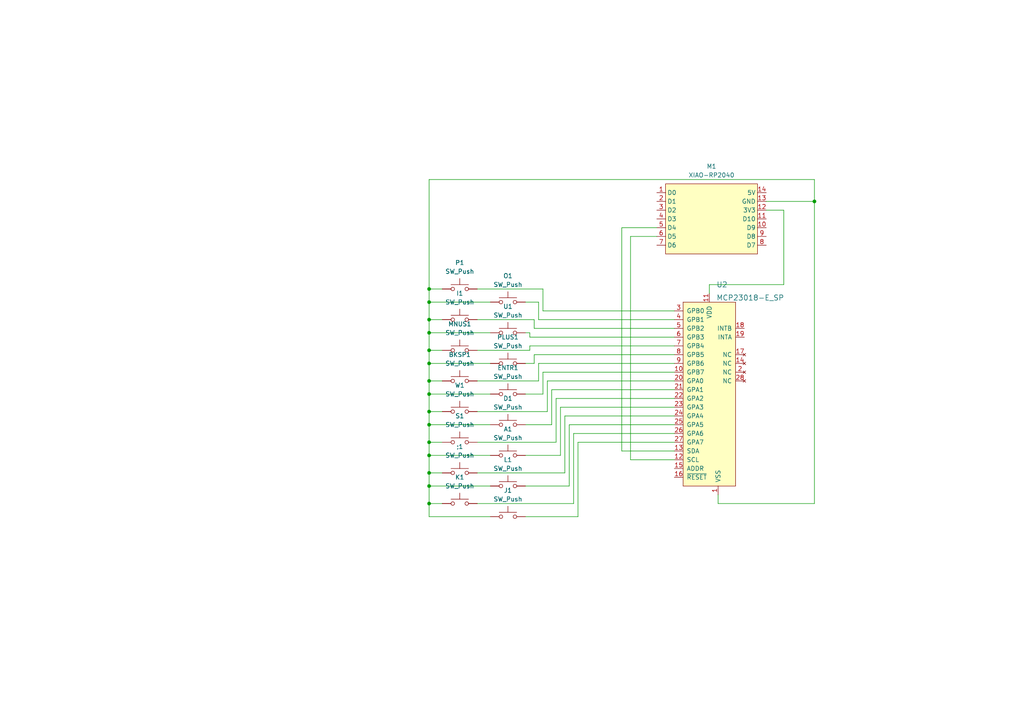
<source format=kicad_sch>
(kicad_sch (version 20211123) (generator eeschema)
  (paper "A4")
  (lib_symbols
    (symbol "Switch:SW_Push" (pin_numbers hide) (pin_names (offset 1.016) hide)
      (property "Reference" "SW" (at 1.27 2.54 0))
      (property "Value" "SW_Push" (at 0 -1.524 0))
      (symbol "SW_Push_0_1"
        (circle (center -2.032 0) (radius 0.508))
        (polyline (pts (xy 0 1.27) (xy 0 3.048)))
        (polyline (pts (xy 2.54 1.27) (xy -2.54 1.27)))
        (circle (center 2.032 0) (radius 0.508))
        (pin passive line (at -5.08 0 0) (length 2.54) (name "1") (number "1"))
        (pin passive line (at 5.08 0 180) (length 2.54) (name "2") (number "2"))
      )
    )
    (symbol "dk_Interface-I-O-Expanders:MCP23018-E_SP" (pin_names (offset 1.016))
      (property "Reference" "U" (at -2.54 19.05 0))
      (property "Value" "MCP23018-E_SP" (at 2.54 -22.86 90))
      (symbol "MCP23018-E_SP_0_1"
        (rectangle (start -5.08 17.78) (end 10.16 -35.56) (fill (type background)))
      )
      (symbol "MCP23018-E_SP_1_1"
        (pin power_in line (at 5.08 -38.1 90) (length 2.54) (name "VSS") (number "1"))
        (pin bidirectional line (at -7.62 -2.54 0) (length 2.54) (name "GPB7") (number "10"))
        (pin power_in line (at 2.54 20.32 270) (length 2.54) (name "VDD") (number "11"))
        (pin input line (at -7.62 -27.94 0) (length 2.54) (name "SCL") (number "12"))
        (pin bidirectional line (at -7.62 -25.4 0) (length 2.54) (name "SDA") (number "13"))
        (pin no_connect line (at 12.7 0 180) (length 2.54) (name "NC") (number "14"))
        (pin input line (at -7.62 -30.48 0) (length 2.54) (name "ADDR") (number "15"))
        (pin input line (at -7.62 -33.02 0) (length 2.54) (name "~{RESET}") (number "16"))
        (pin no_connect line (at 12.7 2.54 180) (length 2.54) (name "NC") (number "17"))
        (pin output line (at 12.7 10.16 180) (length 2.54) (name "INTB") (number "18"))
        (pin output line (at 12.7 7.62 180) (length 2.54) (name "INTA") (number "19"))
        (pin no_connect line (at 12.7 -2.54 180) (length 2.54) (name "NC") (number "2"))
        (pin bidirectional line (at -7.62 -5.08 0) (length 2.54) (name "GPA0") (number "20"))
        (pin bidirectional line (at -7.62 -7.62 0) (length 2.54) (name "GPA1") (number "21"))
        (pin bidirectional line (at -7.62 -10.16 0) (length 2.54) (name "GPA2") (number "22"))
        (pin bidirectional line (at -7.62 -12.7 0) (length 2.54) (name "GPA3") (number "23"))
        (pin bidirectional line (at -7.62 -15.24 0) (length 2.54) (name "GPA4") (number "24"))
        (pin bidirectional line (at -7.62 -17.78 0) (length 2.54) (name "GPA5") (number "25"))
        (pin bidirectional line (at -7.62 -20.32 0) (length 2.54) (name "GPA6") (number "26"))
        (pin bidirectional line (at -7.62 -22.86 0) (length 2.54) (name "GPA7") (number "27"))
        (pin no_connect line (at 12.7 -5.08 180) (length 2.54) (name "NC") (number "28"))
        (pin bidirectional line (at -7.62 15.24 0) (length 2.54) (name "GPB0") (number "3"))
        (pin bidirectional line (at -7.62 12.7 0) (length 2.54) (name "GPB1") (number "4"))
        (pin bidirectional line (at -7.62 10.16 0) (length 2.54) (name "GPB2") (number "5"))
        (pin bidirectional line (at -7.62 7.62 0) (length 2.54) (name "GPB3") (number "6"))
        (pin bidirectional line (at -7.62 5.08 0) (length 2.54) (name "GPB4") (number "7"))
        (pin bidirectional line (at -7.62 2.54 0) (length 2.54) (name "GPB5") (number "8"))
        (pin bidirectional line (at -7.62 0 0) (length 2.54) (name "GPB6") (number "9"))
      )
    )
    (symbol "xiao-rp2040:XIAO-RP2040"
      (property "Reference" "M" (at 0 0 0))
      (property "Value" "XIAO-RP2040" (at 0 2.54 0))
      (symbol "XIAO-RP2040_0_1"
        (rectangle (start -12.7 10.16) (end 13.97 -10.16) (fill (type background)))
      )
      (symbol "XIAO-RP2040_1_1"
        (pin bidirectional line (at -15.24 7.62 0) (length 2.54) (name "D0") (number "1"))
        (pin bidirectional line (at 16.51 -2.54 180) (length 2.54) (name "D9") (number "10"))
        (pin bidirectional line (at 16.51 0 180) (length 2.54) (name "D10") (number "11"))
        (pin power_in line (at 16.51 2.54 180) (length 2.54) (name "3V3") (number "12"))
        (pin power_in line (at 16.51 5.08 180) (length 2.54) (name "GND") (number "13"))
        (pin power_in line (at 16.51 7.62 180) (length 2.54) (name "5V") (number "14"))
        (pin bidirectional line (at -15.24 5.08 0) (length 2.54) (name "D1") (number "2"))
        (pin bidirectional line (at -15.24 2.54 0) (length 2.54) (name "D2") (number "3"))
        (pin bidirectional line (at -15.24 0 0) (length 2.54) (name "D3") (number "4"))
        (pin bidirectional line (at -15.24 -2.54 0) (length 2.54) (name "D4") (number "5"))
        (pin bidirectional line (at -15.24 -5.08 0) (length 2.54) (name "D5") (number "6"))
        (pin bidirectional line (at -15.24 -7.62 0) (length 2.54) (name "D6") (number "7"))
        (pin bidirectional line (at 16.51 -7.62 180) (length 2.54) (name "D7") (number "8"))
        (pin bidirectional line (at 16.51 -5.08 180) (length 2.54) (name "D8") (number "9"))
      )
    )
  )
  (junction (at 124.46 110.49))
  (junction (at 124.46 87.63))
  (junction (at 236.22 58.42))
  (junction (at 124.46 132.08))
  (junction (at 124.46 96.52))
  (junction (at 124.46 128.27))
  (junction (at 124.46 123.19))
  (junction (at 124.46 83.82))
  (junction (at 124.46 146.05))
  (junction (at 124.46 140.97))
  (junction (at 124.46 101.6))
  (junction (at 124.46 105.41))
  (junction (at 124.46 92.71))
  (junction (at 124.46 114.3))
  (junction (at 124.46 137.16))
  (junction (at 124.46 119.38))
  (wire (pts (xy 156.21 110.49) (xy 156.21 105.41)))
  (wire (pts (xy 152.4 96.52) (xy 153.67 96.52)))
  (wire (pts (xy 154.94 102.87) (xy 195.58 102.87)))
  (wire (pts (xy 167.64 149.86) (xy 167.64 128.27)))
  (wire (pts (xy 156.21 92.71) (xy 156.21 87.63)))
  (wire (pts (xy 222.25 58.42) (xy 236.22 58.42)))
  (wire (pts (xy 124.46 110.49) (xy 128.27 110.49)))
  (wire (pts (xy 156.21 87.63) (xy 152.4 87.63)))
  (wire (pts (xy 236.22 52.07) (xy 124.46 52.07)))
  (wire (pts (xy 124.46 101.6) (xy 124.46 105.41)))
  (wire (pts (xy 154.94 95.25) (xy 195.58 95.25)))
  (wire (pts (xy 182.88 68.58) (xy 182.88 133.35)))
  (wire (pts (xy 124.46 140.97) (xy 124.46 146.05)))
  (wire (pts (xy 190.5 68.58) (xy 182.88 68.58)))
  (wire (pts (xy 138.43 146.05) (xy 166.37 146.05)))
  (wire (pts (xy 160.02 113.03) (xy 195.58 113.03)))
  (wire (pts (xy 158.75 110.49) (xy 158.75 119.38)))
  (wire (pts (xy 208.28 146.05) (xy 208.28 143.51)))
  (wire (pts (xy 124.46 105.41) (xy 142.24 105.41)))
  (wire (pts (xy 124.46 119.38) (xy 128.27 119.38)))
  (wire (pts (xy 124.46 105.41) (xy 124.46 110.49)))
  (wire (pts (xy 124.46 137.16) (xy 128.27 137.16)))
  (wire (pts (xy 124.46 123.19) (xy 142.24 123.19)))
  (wire (pts (xy 124.46 92.71) (xy 128.27 92.71)))
  (wire (pts (xy 166.37 146.05) (xy 166.37 125.73)))
  (wire (pts (xy 154.94 105.41) (xy 154.94 102.87)))
  (wire (pts (xy 138.43 137.16) (xy 163.83 137.16)))
  (wire (pts (xy 124.46 128.27) (xy 128.27 128.27)))
  (wire (pts (xy 160.02 123.19) (xy 160.02 113.03)))
  (wire (pts (xy 182.88 133.35) (xy 195.58 133.35)))
  (wire (pts (xy 180.34 66.04) (xy 180.34 130.81)))
  (wire (pts (xy 138.43 101.6) (xy 153.67 101.6)))
  (wire (pts (xy 124.46 137.16) (xy 124.46 140.97)))
  (wire (pts (xy 236.22 58.42) (xy 236.22 146.05)))
  (wire (pts (xy 222.25 60.96) (xy 227.33 60.96)))
  (wire (pts (xy 236.22 58.42) (xy 236.22 52.07)))
  (wire (pts (xy 161.29 115.57) (xy 195.58 115.57)))
  (wire (pts (xy 124.46 83.82) (xy 124.46 87.63)))
  (wire (pts (xy 124.46 83.82) (xy 128.27 83.82)))
  (wire (pts (xy 153.67 101.6) (xy 153.67 100.33)))
  (wire (pts (xy 236.22 146.05) (xy 208.28 146.05)))
  (wire (pts (xy 142.24 114.3) (xy 124.46 114.3)))
  (wire (pts (xy 152.4 149.86) (xy 167.64 149.86)))
  (wire (pts (xy 227.33 82.55) (xy 205.74 82.55)))
  (wire (pts (xy 124.46 96.52) (xy 142.24 96.52)))
  (wire (pts (xy 152.4 140.97) (xy 165.1 140.97)))
  (wire (pts (xy 190.5 66.04) (xy 180.34 66.04)))
  (wire (pts (xy 163.83 120.65) (xy 195.58 120.65)))
  (wire (pts (xy 227.33 60.96) (xy 227.33 82.55)))
  (wire (pts (xy 157.48 83.82) (xy 157.48 90.17)))
  (wire (pts (xy 124.46 110.49) (xy 124.46 114.3)))
  (wire (pts (xy 157.48 90.17) (xy 195.58 90.17)))
  (wire (pts (xy 138.43 83.82) (xy 157.48 83.82)))
  (wire (pts (xy 124.46 146.05) (xy 128.27 146.05)))
  (wire (pts (xy 124.46 123.19) (xy 124.46 128.27)))
  (wire (pts (xy 153.67 97.79) (xy 195.58 97.79)))
  (wire (pts (xy 162.56 132.08) (xy 162.56 118.11)))
  (wire (pts (xy 195.58 92.71) (xy 156.21 92.71)))
  (wire (pts (xy 165.1 140.97) (xy 165.1 123.19)))
  (wire (pts (xy 124.46 96.52) (xy 124.46 101.6)))
  (wire (pts (xy 124.46 87.63) (xy 142.24 87.63)))
  (wire (pts (xy 138.43 128.27) (xy 161.29 128.27)))
  (wire (pts (xy 153.67 96.52) (xy 153.67 97.79)))
  (wire (pts (xy 152.4 123.19) (xy 160.02 123.19)))
  (wire (pts (xy 138.43 92.71) (xy 154.94 92.71)))
  (wire (pts (xy 165.1 123.19) (xy 195.58 123.19)))
  (wire (pts (xy 152.4 105.41) (xy 154.94 105.41)))
  (wire (pts (xy 124.46 146.05) (xy 124.46 149.86)))
  (wire (pts (xy 124.46 128.27) (xy 124.46 132.08)))
  (wire (pts (xy 124.46 119.38) (xy 124.46 123.19)))
  (wire (pts (xy 124.46 140.97) (xy 142.24 140.97)))
  (wire (pts (xy 154.94 92.71) (xy 154.94 95.25)))
  (wire (pts (xy 156.21 105.41) (xy 195.58 105.41)))
  (wire (pts (xy 166.37 125.73) (xy 195.58 125.73)))
  (wire (pts (xy 167.64 128.27) (xy 195.58 128.27)))
  (wire (pts (xy 124.46 149.86) (xy 142.24 149.86)))
  (wire (pts (xy 152.4 114.3) (xy 157.48 114.3)))
  (wire (pts (xy 158.75 119.38) (xy 138.43 119.38)))
  (wire (pts (xy 153.67 100.33) (xy 195.58 100.33)))
  (wire (pts (xy 157.48 107.95) (xy 195.58 107.95)))
  (wire (pts (xy 162.56 118.11) (xy 195.58 118.11)))
  (wire (pts (xy 180.34 130.81) (xy 195.58 130.81)))
  (wire (pts (xy 205.74 82.55) (xy 205.74 85.09)))
  (wire (pts (xy 124.46 87.63) (xy 124.46 92.71)))
  (wire (pts (xy 152.4 132.08) (xy 162.56 132.08)))
  (wire (pts (xy 124.46 52.07) (xy 124.46 83.82)))
  (wire (pts (xy 124.46 132.08) (xy 124.46 137.16)))
  (wire (pts (xy 124.46 101.6) (xy 128.27 101.6)))
  (wire (pts (xy 163.83 137.16) (xy 163.83 120.65)))
  (wire (pts (xy 195.58 110.49) (xy 158.75 110.49)))
  (wire (pts (xy 124.46 114.3) (xy 124.46 119.38)))
  (wire (pts (xy 124.46 132.08) (xy 142.24 132.08)))
  (wire (pts (xy 124.46 92.71) (xy 124.46 96.52)))
  (wire (pts (xy 161.29 128.27) (xy 161.29 115.57)))
  (wire (pts (xy 157.48 114.3) (xy 157.48 107.95)))
  (wire (pts (xy 138.43 110.49) (xy 156.21 110.49)))
  (symbol (lib_id "Switch:SW_Push") (at 133.35 101.6 0) (unit 1)
    (property "Reference" "MNUS1" (at 133.35 93.98 0))
    (property "Value" "SW_Push" (at 133.35 96.52 0))
    (property "Footprint" "Button_Switch_THT:SW_PUSH_6mm" (effects hide))
  )
  (symbol (lib_id "Switch:SW_Push") (at 147.32 140.97 0) (unit 1)
    (property "Reference" "L1" (at 147.32 133.35 0))
    (property "Value" "SW_Push" (at 147.32 135.89 0))
    (property "Footprint" "keyswitches:Kailh_socket_MX" (effects hide))
  )
  (symbol (lib_id "Switch:SW_Push") (at 133.35 137.16 0) (unit 1)
    (property "Reference" ";1" (at 133.35 129.54 0))
    (property "Value" "SW_Push" (at 133.35 132.08 0))
    (property "Footprint" "keyswitches:Kailh_socket_MX" (effects hide))
  )
  (symbol (lib_id "Switch:SW_Push") (at 147.32 96.52 0) (unit 1)
    (property "Reference" "U1" (at 147.32 88.9 0))
    (property "Value" "SW_Push" (at 147.32 91.44 0))
    (property "Footprint" "keyswitches:Kailh_socket_MX" (effects hide))
  )
  (symbol (lib_id "Switch:SW_Push") (at 133.35 119.38 0) (unit 1)
    (property "Reference" "W1" (at 133.35 111.76 0))
    (property "Value" "SW_Push" (at 133.35 114.3 0))
    (property "Footprint" "keyswitches:Kailh_socket_MX" (effects hide))
  )
  (symbol (lib_id "Switch:SW_Push") (at 147.32 132.08 0) (unit 1)
    (property "Reference" "A1" (at 147.32 124.46 0))
    (property "Value" "SW_Push" (at 147.32 127 0))
    (property "Footprint" "keyswitches:Kailh_socket_MX" (effects hide))
  )
  (symbol (lib_id "Switch:SW_Push") (at 133.35 83.82 0) (unit 1)
    (property "Reference" "P1" (at 133.35 76.2 0))
    (property "Value" "SW_Push" (at 133.35 78.74 0))
    (property "Footprint" "keyswitches:Kailh_socket_MX" (effects hide))
  )
  (symbol (lib_id "Switch:SW_Push") (at 133.35 92.71 0) (unit 1)
    (property "Reference" "I1" (at 133.35 85.09 0))
    (property "Value" "SW_Push" (at 133.35 87.63 0))
    (property "Footprint" "keyswitches:Kailh_socket_MX" (effects hide))
  )
  (symbol (lib_id "Switch:SW_Push") (at 133.35 146.05 0) (unit 1)
    (property "Reference" "K1" (at 133.35 138.43 0))
    (property "Value" "SW_Push" (at 133.35 140.97 0))
    (property "Footprint" "keyswitches:Kailh_socket_MX" (effects hide))
  )
  (symbol (lib_id "Switch:SW_Push") (at 147.32 105.41 0) (unit 1)
    (property "Reference" "PLUS1" (at 147.32 97.79 0))
    (property "Value" "SW_Push" (at 147.32 100.33 0))
    (property "Footprint" "Button_Switch_THT:SW_PUSH_6mm" (effects hide))
  )
  (symbol (lib_id "Switch:SW_Push") (at 147.32 87.63 0) (unit 1)
    (property "Reference" "O1" (at 147.32 80.01 0))
    (property "Value" "SW_Push" (at 147.32 82.55 0))
    (property "Footprint" "keyswitches:Kailh_socket_MX" (effects hide))
  )
  (symbol (lib_id "dk_Interface-I-O-Expanders:MCP23018-E_SP") (at 203.2 105.41 0) (unit 1)
    (property "Reference" "U2" (at 207.7594 82.55 0) (effects (font (size 1.524 1.524)) (justify left)))
    (property "Value" "MCP23018-E_SP" (at 207.7594 86.36 0) (effects (font (size 1.524 1.524)) (justify left)))
    (property "Footprint" "digikey-footprints:DIP-28_W7.62mm" (effects hide))
    (property "Datasheet" "http://www.microchip.com/mymicrochip/filehandler.aspx?ddocname=en537442" (effects hide))
    (property "Digi-Key_PN" "MCP23018-E/SP-ND" (effects hide))
    (property "MPN" "MCP23018-E/SP" (effects hide))
    (property "Category" "Integrated Circuits (ICs)" (effects hide))
    (property "Family" "Interface - I/O Expanders" (effects hide))
    (property "DK_Datasheet_Link" "http://www.microchip.com/mymicrochip/filehandler.aspx?ddocname=en537442" (effects hide))
    (property "DK_Detail_Page" "/product-detail/en/microchip-technology/MCP23018-E-SP/MCP23018-E-SP-ND/1999505" (effects hide))
    (property "Description" "IC I/O EXPANDER I2C 16B 28SDIP" (effects hide))
    (property "Manufacturer" "Microchip Technology" (effects hide))
    (property "Status" "Active" (effects hide))
  )
  (symbol (lib_id "Switch:SW_Push") (at 133.35 110.49 0) (unit 1)
    (property "Reference" "BKSP1" (at 133.35 102.87 0))
    (property "Value" "SW_Push" (at 133.35 105.41 0))
    (property "Footprint" "Button_Switch_THT:SW_PUSH_6mm" (effects hide))
  )
  (symbol (lib_id "Switch:SW_Push") (at 133.35 128.27 0) (unit 1)
    (property "Reference" "S1" (at 133.35 120.65 0))
    (property "Value" "SW_Push" (at 133.35 123.19 0))
    (property "Footprint" "keyswitches:Kailh_socket_MX" (effects hide))
  )
  (symbol (lib_id "xiao-rp2040:XIAO-RP2040") (at 205.74 63.5 0) (unit 1)
    (property "Reference" "M1" (at 206.375 48.26 0))
    (property "Value" "XIAO-RP2040" (at 206.375 50.8 0))
    (property "Footprint" "kb_lib:XIAO-RP2040" (effects hide))
  )
  (symbol (lib_id "Switch:SW_Push") (at 147.32 149.86 0) (unit 1)
    (property "Reference" "J1" (at 147.32 142.24 0))
    (property "Value" "SW_Push" (at 147.32 144.78 0))
    (property "Footprint" "keyswitches:Kailh_socket_MX" (effects hide))
  )
  (symbol (lib_id "Switch:SW_Push") (at 147.32 114.3 0) (unit 1)
    (property "Reference" "ENTR1" (at 147.32 106.68 0))
    (property "Value" "SW_Push" (at 147.32 109.22 0))
    (property "Footprint" "Button_Switch_THT:SW_PUSH_6mm" (effects hide))
  )
  (symbol (lib_id "Switch:SW_Push") (at 147.32 123.19 0) (unit 1)
    (property "Reference" "D1" (at 147.32 115.57 0))
    (property "Value" "SW_Push" (at 147.32 118.11 0))
    (property "Footprint" "keyswitches:Kailh_socket_MX" (effects hide))
  )
)
</source>
